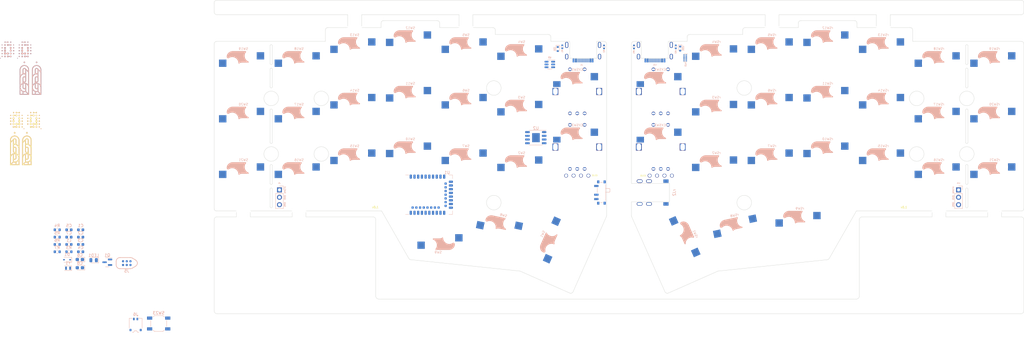
<source format=kicad_pcb>
(kicad_pcb (version 20221018) (generator pcbnew)
  (title_block (title "Corne") (date "2024-05-07") (rev "4.1.0") (company "foostan"))
  (layers (0 "F.Cu" signal) (31 "B.Cu" signal) (34 "B.Paste" user) (35 "F.Paste" user) (36 "B.SilkS" user "B.Silkscreen") (37 "F.SilkS" user "F.Silkscreen") (38 "B.Mask" user) (39 "F.Mask" user) (44 "Edge.Cuts" user))
  (net 0 "")
  (net 1 "/left/SDA")
  (net 2 "/left/SCL")
  (net 3 "/right/SDA")
  (net 4 "+5V")
  (net 5 "/right/SCL")
  (net 6 "GND")
  (net 7 "VBUS")
  (net 8 "Net-(J1-CC1)")
  (net 10 "Net-(J1-CC2)")
  (net 12 "/left/RE0A")
  (net 13 "/left/REB")
  (net 14 "/left/KEYEX1")
  (net 15 "/left/RE1A")
  (net 16 "/left/KEYEX2")
  (net 17 "Net-(U1-P0.00{slash}XL1)")
  (net 18 "Net-(U1-P0.01{slash}XL2)")
  (net 19 "/left/SWCLK")
  (net 20 "/left/SWD")
  (net 21 "/left/KEY1")
  (net 22 "/left/KEY2")
  (net 23 "/left/KEY3")
  (net 24 "/left/KEY4")
  (net 25 "/left/KEY5")
  (net 26 "/left/KEY6")
  (net 27 "/left/KEY7")
  (net 28 "/left/KEY8")
  (net 29 "/left/KEY9")
  (net 30 "/left/KEY10")
  (net 31 "/left/KEY11")
  (net 32 "/left/KEY12")
  (net 33 "/left/KEY13")
  (net 34 "/left/KEY14")
  (net 35 "/left/KEY15")
  (net 36 "/left/KEY16")
  (net 37 "/left/KEY17")
  (net 38 "/left/KEY18")
  (net 39 "/left/KEY19")
  (net 40 "/left/KEY20")
  (net 41 "/left/KEY21")
  (net 42 "VBUSR")
  (net 43 "Net-(rJ1-CC1)")
  (net 44 "/right/D+")
  (net 45 "/right/D-")
  (net 47 "Net-(rJ1-CC2)")
  (net 49 "GNDR")
  (net 50 "+5VR")
  (net 51 "/right/RE0A")
  (net 52 "/right/REB")
  (net 53 "/right/KEYEX1")
  (net 54 "/right/RE1A")
  (net 55 "/right/KEYEX2")
  (net 56 "/right/TX")
  (net 57 "/right/SWCLK")
  (net 58 "/right/SWD")
  (net 59 "/right/KEY1")
  (net 60 "/right/KEY2")
  (net 61 "/right/KEY3")
  (net 62 "/right/KEY4")
  (net 63 "/right/KEY5")
  (net 64 "/right/KEY6")
  (net 65 "/right/KEY7")
  (net 66 "/right/KEY8")
  (net 67 "/right/KEY9")
  (net 68 "/right/KEY10")
  (net 69 "/right/KEY11")
  (net 70 "/right/KEY12")
  (net 71 "/right/KEY13")
  (net 72 "/right/KEY14")
  (net 73 "/right/KEY15")
  (net 74 "/right/KEY16")
  (net 75 "/right/KEY17")
  (net 76 "/right/KEY18")
  (net 77 "/right/KEY19")
  (net 78 "/right/KEY20")
  (net 79 "/right/KEY21")
  (net 80 "VDD")
  (net 81 "+VSW")
  (net 82 "+BATT")
  (net 83 "D+")
  (net 84 "D-")
  (net 85 "SWDIO")
  (net 86 "RESET")
  (net 87 "SWDCLK")
  (net 89 "DCCH")
  (net 90 "Net-(LED1-K)")
  (net 91 "BATTTON")
  (net 92 "VSENSE")
  (net 93 "Net-(U2-CHRG)")
  (net 94 "Net-(U2-PROG)")
  (net 95 "1.11")
  (net 96 "1.10")
  (net 97 "0.03")
  (net 98 "0.28")
  (net 99 "1.13")
  (net 100 "0.02")
  (net 101 "0.29")
  (net 102 "0.31")
  (net 103 "0.30")
  (net 104 "0.26")
  (net 105 "0.06")
  (net 106 "0.08")
  (net 107 "1.09")
  (net 108 "0.04")
  (net 109 "0.12")
  (net 110 "0.07")
  (net 111 "0.15")
  (net 112 "0.17")
  (net 113 "0.20")
  (net 114 "0.13")
  (net 115 "0.22")
  (net 116 "0.24")
  (net 117 "1.00")
  (net 118 "1.02")
  (net 119 "1.04")
  (net 120 "0.09")
  (net 121 "1.06")
  (net 122 "0.10")
  (net 124 "DBUS+")
  (net 125 "DBUS-")
  (footprint "kbd_local:Breakaway_Tabs" (layer "F.Cu") (at -128.5875 41.18125)
    (fp_text reference "BT3")
    (fp_text value "Breakaway Tabs")
  )
  (footprint "kbd_local:Breakaway_Tabs" (layer "F.Cu") (at -52.3875 -22.13125)
    (fp_text reference "BT2")
    (fp_text value "Breakaway Tabs")
  )
  (footprint "kbd_local:Breakaway_Tabs" (layer "F.Cu") (at 52.387502 -22.13125)
    (fp_text reference "rBT2")
    (fp_text value "Breakaway Tabs")
  )
  (footprint "kbd_local:OLED" (layer "F.Cu") (at 14.2875 28.84625)
    (fp_text reference "rJ3")
    (fp_text value "Conn_01x04" hide)
  )
  (footprint "qw-logo:qw new logo silk + copper sm" (layer "F.Cu") (at -206.035456 9.949122)
    (fp_text reference "H1" hide)
    (fp_text value "qw-logo" hide)
  )
  (footprint "kbd_local:Breakaway_Tabs" (layer "F.Cu") (at -109.5375 41.18125)
    (fp_text reference "BT4")
    (fp_text value "Breakaway Tabs")
  )
  (footprint "kbd_local:Breakaway_Tabs" (layer "F.Cu") (at 90.4875 -22.13125)
    (fp_text reference "rBT1")
    (fp_text value "Breakaway Tabs")
  )
  (footprint "qw-logo:qw new logo silk + copper sm" (layer "F.Cu") (at -200.160354 9.949122)
    (fp_text reference "H2" hide)
    (fp_text value "qw-logo" hide)
  )
  (footprint "1999:1999 logo md" (layer "F.Cu") (at -202.906166 19.551875)
    (fp_text reference "H6" hide)
    (fp_text value "1999-logo" hide)
  )
  (footprint "kbd_local:Breakaway_Tabs" (layer "F.Cu") (at 128.5875 41.18125)
    (fp_text reference "rBT3")
    (fp_text value "Breakaway Tabs")
  )
  (footprint "1999:1999 logo md" (layer "F.Cu") (at -207.093748 19.551875)
    (fp_text reference "H5" hide)
    (fp_text value "1999-logo" hide)
  )
  (footprint "kbd_local:Breakaway_Tabs" (layer "F.Cu") (at 109.5375 41.18125)
    (fp_text reference "rBT4")
    (fp_text value "Breakaway Tabs")
  )
  (footprint "kbd_local:Breakaway_Tabs" (layer "F.Cu") (at -90.4875 -22.13125)
    (fp_text reference "BT1")
    (fp_text value "Breakaway Tabs")
  )
  (footprint "kbd_local:OLED" (layer "F.Cu") (at -14.2875 28.84625)
    (fp_text reference "J3")
    (fp_text value "Conn_01x04" hide)
  )
  (footprint "Connector_PinHeader_2.54mm:PinHeader_1x03_P2.54mm_Vertical" (layer "B.Cu") (at -116.237498 33.74125 180)
    (fp_text reference "J4")
    (fp_text value "Conn_01x03")
  )
  (footprint "Diode_SMD:D_SOD-523" (layer "B.Cu") (at -20.967492 -14.55125 -90)
    (fp_text reference "ZD1")
    (fp_text value "RB521S30T1G")
  )
  (footprint "kbd:keyswitch_cherrymx_hotswap_1u" (layer "B.Cu") (at -33.3375 -9.525 180)
    (fp_text reference "SW4")
    (fp_text value "SW_Push" hide)
  )
  (footprint "Capacitor_SMD:C_0603_1608Metric" (layer "B.Cu") (at -188.309736 49.9325 180)
    (fp_text reference "C7")
    (fp_text value "4.7u")
  )
  (footprint "kbd_local:keyswitch_cherrymx_hotswap_1u_rotary_encoder_ec12" (layer "B.Cu") (at -14.2875 19.05 180)
    (fp_text reference "EXSW2")
    (fp_text value "RotaryEncoder_Switch" hide)
  )
  (footprint "Capacitor_SMD:C_0603_1608Metric" (layer "B.Cu") (at -184.299736 54.9525 180)
    (fp_text reference "C4")
    (fp_text value "1u")
  )
  (footprint "kbd:keyswitch_cherrymx_hotswap_1u" (layer "B.Cu") (at 109.537502 11.90625 180)
    (fp_text reference "rSW17")
    (fp_text value "SW_Push" hide)
  )
  (footprint "Package_TO_SOT_SMD:SOT-23" (layer "B.Cu") (at -175.169736 58.5425 180)
    (fp_text reference "Q1")
    (fp_text value "AO3401A")
  )
  (footprint "kbd:keyswitch_cherrymx_hotswap_1u" (layer "B.Cu") (at 90.487502 26.19375 180)
    (fp_text reference "rSW15")
    (fp_text value "SW_Push" hide)
  )
  (footprint "kbd_local:PJ-398A-5A_PJ-399B-6A" (layer "B.Cu") (at 4.2675 34.64625 -90)
    (fp_text reference "rJ2")
    (fp_text value "TRS")
  )
  (footprint "1999:1999 logo md" (layer "B.Cu") (at -203.348145 -4.609766 180)
    (fp_text reference "H8" hide)
    (fp_text value "1999-logo" hide)
  )
  (footprint "kbd:keyswitch_cherrymx_hotswap_1u" (layer "B.Cu") (at 61.912502 47.625 180)
    (fp_text reference "rSW9")
    (fp_text value "SW_Push" hide)
  )
  (footprint "kbd_local:keyswitch_cherrymx_hotswap_1u_rotary_encoder_ec12" (layer "B.Cu") (at 14.287502 19.05 180)
    (fp_text reference "rEXSW2")
    (fp_text value "RotaryEncoder_Switch" hide)
  )
  (footprint "kbd:keyswitch_cherrymx_hotswap_1u" (layer "B.Cu") (at -61.9125 47.625)
    (fp_text reference "SW9")
    (fp_text value "SW_Push" hide)
  )
  (footprint "Resistor_SMD:R_0603_1608Metric" (layer "B.Cu") (at -192.319736 47.4225 180)
    (fp_text reference "R4")
    (fp_text value "2M")
  )
  (footprint "kbd:keyswitch_cherrymx_hotswap_1u" (layer "B.Cu") (at -52.3875 -11.90625 180)
    (fp_text reference "SW5")
    (fp_text value "SW_Push" hide)
  )
  (footprint "kbd:keyswitch_cherrymx_hotswap_1u" (layer "B.Cu") (at 71.437502 23.8125 180)
    (fp_text reference "rSW10")
    (fp_text value "SW_Push" hide)
  )
  (footprint "kbd_local:TYPE-C-31-M-13C" (layer "B.Cu") (at 12.2875 -15.96375)
    (fp_text reference "rJ1")
    (fp_text value "TYPE-C-31-M-13C")
  )
  (footprint "qw-logo:qw new logo silk + copper sm" (layer "B.Cu") (at -209.468997 -14.212519 180)
    (fp_text reference "H4" hide)
    (fp_text value "qw-logo" hide)
  )
  (footprint "Capacitor_SMD:C_0603_1608Metric" (layer "B.Cu") (at -188.309736 47.4225 180)
    (fp_text reference "C5")
    (fp_text value "4.7u")
  )
  (footprint "kbd:keyswitch_cherrymx_hotswap_1u" (layer "B.Cu") (at 71.437502 4.7625 180)
    (fp_text reference "rSW11")
    (fp_text value "SW_Push" hide)
  )
  (footprint "kbd:keyswitch_cherrymx_hotswap_1u" (layer "B.Cu") (at 109.537502 30.95625 180)
    (fp_text reference "rSW16")
    (fp_text value "SW_Push" hide)
  )
  (footprint "kbd:keyswitch_cherrymx_hotswap_1u" (layer "B.Cu") (at -90.4875 -11.90625 180)
    (fp_text reference "SW13")
    (fp_text value "SW_Push" hide)
  )
  (footprint "kbd:keyswitch_cherrymx_hotswap_1u" (layer "B.Cu") (at -71.4375 4.7625 180)
    (fp_text reference "SW11")
    (fp_text value "SW_Push" hide)
  )
  (footprint "kbd:keyswitch_cherrymx_hotswap_1u" (layer "B.Cu") (at -90.4875 7.14375 180)
    (fp_text reference "SW14")
    (fp_text value "SW_Push" hide)
  )
  (footprint "kbd:keyswitch_cherrymx_hotswap_1u" (layer "B.Cu") (at 109.537502 -7.14375 180)
    (fp_text reference "rSW18")
    (fp_text value "SW_Push" hide)
  )
  (footprint "kbd:keyswitch_cherrymx_hotswap_1u" (layer "B.Cu") (at 128.587502 -7.14375 180)
    (fp_text reference "rSW19")
    (fp_text value "SW_Push" hide)
  )
  (footprint "kbd:keyswitch_cherrymx_hotswap_1u" (layer "B.Cu") (at -41.097974 49.801677 168.06)
    (fp_text reference "SW8")
    (fp_text value "SW_Push" hide)
  )
  (footprint "Resistor_SMD:R_0402_1005Metric" (layer "B.Cu") (at 19.422502 -15.295 -90)
    (fp_text reference "rR2")
    (fp_text value "5.1k")
  )
  (footprint "kbd:keyswitch_cherrymx_hotswap_1u" (layer "B.Cu") (at 33.337502 -9.525 180)
    (fp_text reference "rSW4")
    (fp_text value "SW_Push" hide)
  )
  (footprint "Resistor_SMD:R_0402_1005Metric" (layer "B.Cu") (at -19.4175 -15.31375 -90)
    (fp_text reference "R1")
    (fp_text value "5.1k")
  )
  (footprint "Inductor_SMD:L_0603_1608Metric" (layer "B.Cu") (at -188.309736 52.4425 180)
    (fp_text reference "L1")
    (fp_text value "10 uH")
  )
  (footprint "kbd:keyswitch_cherrymx_hotswap_1u" (layer "B.Cu") (at -71.4375 -14.2875 180)
    (fp_text reference "SW12")
    (fp_text value "SW_Push" hide)
  )
  (footprint "kbd:keyswitch_cherrymx_hotswap_1u" (layer "B.Cu") (at 52.387502 7.14375 180)
    (fp_text reference "rSW6")
    (fp_text value "SW_Push" hide)
  )
  (footprint "Button_Switch_SMD:SW_SPDT_PCM12" (layer "B.Cu") (at -6.332498 34.64125 -90)
    (fp_text reference "SW22" hide)
    (fp_text value "SW_SPDT")
  )
  (footprint "Package_SON:USON-10_2.5x1.0mm_P0.5mm" (layer "B.Cu") (at 22.6525 -11.51005 180)
    (fp_text reference "rU3")
    (fp_text value "TPD4E05U06DQAR")
  )
  (footprint "kbd:keyswitch_cherrymx_hotswap_1u" (layer "B.Cu") (at -109.5375 11.90625 180)
    (fp_text reference "SW17")
    (fp_text value "SW_Push" hide)
  )
  (footprint "qw-logo:qw new logo silk + copper sm" (layer "B.Cu") (at -203.593895 -14.212519 180)
    (fp_text reference "H3" hide)
    (fp_text value "qw-logo" hide)
  )
  (footprint "LED_SMD:LED_0805_2012Metric" (layer "B.Cu") (at -179.859736 57.8375 180)
    (fp_text reference "LED1")
    (fp_text value "CHARGE")
  )
  (footprint "qw-footprints:CustomTP4056" (layer "B.Cu") (at -28.437498 15.83125 180)
    (fp_text reference "U2")
    (fp_text value "TP4056")
  )
  (footprint "Crystal:Crystal_SMD_2012-2Pin_2.0x1.2mm" (layer "B.Cu") (at -188.609736 60.5825 180)
    (fp_text reference "Y1")
    (fp_text value "32.768 KHz")
  )
  (footprint "kbd:keyswitch_cherrymx_hotswap_1u" (layer "B.Cu") (at -128.5875 30.95625 180)
    (fp_text reference "SW21")
    (fp_text value "SW_Push" hide)
  )
  (footprint "kbd:keyswitch_cherrymx_hotswap_1u" (layer "B.Cu") (at 33.337502 9.525 180)
    (fp_text reference "rSW3")
    (fp_text value "SW_Push" hide)
  )
  (footprint "kbd:keyswitch_cherrymx_hotswap_1.5u" (layer "B.Cu") (at 19.256137 51.882713 113.88)
    (fp_text reference "rSW1")
    (fp_text value "SW_Push" hide)
  )
  (footprint "kbd_local:keyswitch_cherrymx_hotswap_1u_rotary_encoder_ec12" (layer "B.Cu") (at -14.2875 0 180)
    (fp_text reference "EXSW1")
    (fp_text value "RotaryEncoder_Switch" hide)
  )
  (footprint "kbd:keyswitch_cherrymx_hotswap_1u" (layer "B.Cu") (at -52.3875 26.19375 180)
    (fp_text reference "SW7")
    (fp_text value "SW_Push" hide)
  )
  (footprint "Package_TO_SOT_SMD:SOT-23-6" (layer "B.Cu") (at -23.684373 -9.26375 180)
    (fp_text reference "U3")
    (fp_text value "USBLC6-2SC6")
  )
  (footprint "1999:1999 logo md" (layer "B.Cu") (at -199.160563 -4.609766 180)
    (fp_text reference "H7" hide)
    (fp_text value "1999-logo" hide)
  )
  (footprint "kbd:keyswitch_cherrymx_hotswap_1u" (layer "B.Cu") (at 90.487502 -11.90625 180)
    (fp_text reference "rSW13")
    (fp_text value "SW_Push" hide)
  )
  (footprint "Connector_Molex:Molex_Pico-EZmate_78171-0002_1x02-1MP_P1.20mm_Vertical" (layer "B.Cu") (at -165.48464 79.88125 180)
    (fp_text reference "J6")
    (fp_text value "Battery")
  )
  (footprint "Connector_PinHeader_2.54mm:PinHeader_1x03_P2.54mm_Vertical" (layer "B.Cu") (at 116.237498 33.74125 180)
    (fp_text reference "rJ4")
    (fp_text value "Conn_01x03")
  )
  (footprint "Capacitor_SMD:C_0603_1608Metric" (layer "B.Cu") (at -184.299736 49.9325 180)
    (fp_text reference "C2")
    (fp_text value "12p")
  )
  (footprint "kbd:keyswitch_cherrymx_hotswap_1u" (layer "B.Cu") (at 33.337502 28.575 180)
    (fp_text reference "rSW2")
    (fp_text value "SW_Push" hide)
  )
  (footprint "Capacitor_SMD:C_0603_1608Metric" (layer "B.Cu") (at -184.299736 52.4425 180)
    (fp_text reference "C3")
    (fp_text value "4.7u")
  )
  (footprint "PCM_marbastlib-various:CON_TC2030_outlined" (layer "B.Cu") (at -168.514236 58.8425 180)
    (fp_text reference "J5")
    (fp_text value "TC2030_SWD" hide)
  )
  (footprint "Diode_SMD:D_SOD-523" (layer "B.Cu") (at 20.942508 -14.70125 -90)
    (fp_text reference "rZD1")
    (fp_text value "RB521S30T1G")
  )
  (footprint "kbd:keyswitch_cherrymx_hotswap_1u" (layer "B.Cu") (at 41.097976 49.801677 -168.06)
    (fp_text reference "rSW8")
    (fp_text value "SW_Push" hide)
  )
  (footprint "Button_Switch_SMD:SW_SPST_SKQG_WithStem" (layer "B.Cu") (at -157.58464 79.542697 180)
    (fp_text reference "SW23")
    (fp_text value "SW_Push")
  )
  (footprint "kbd:keyswitch_cherrymx_hotswap_1u" (layer "B.Cu") (at -71.4375 23.8125 180)
    (fp_text reference "SW10")
    (fp_text value "SW_Push" hide)
  )
  (footprint "Resistor_SMD:R_0603_1608Metric" (layer "B.Cu") (at -188.309736 54.9525 180)
    (fp_text reference "R3")
    (fp_text value "806")
  )
  (footprint "Resistor_SMD:R_0603_1608Metric" (layer "B.Cu") (at -192.319736 49.9325 180)
    (fp_text reference "R5")
    (fp_text value "10k")
  )
  (footprint "Capacitor_Tantalum_SMD:CP_EIA-2012-12_Kemet-R" (layer "B.Cu") (at -184.564736 57.6125 180)
    (fp_text reference "C6")
    (fp_text value "10uF")
  )
  (footprint "kbd:keyswitch_cherrymx_hotswap_1u" (layer "B.Cu") (at 128.587502 30.95625 180)
    (fp_text reference "rSW21")
    (fp_text value "SW_Push" hide)
  )
  (footprint "kbd:keyswitch_cherrymx_hotswap_1u" (layer "B.Cu") (at -90.4875 26.19375 180)
    (fp_text reference "SW15")
    (fp_text value "SW_Push" hide)
  )
  (footprint "kbd:keyswitch_cherrymx_hotswap_1u" (layer "B.Cu") (at -128.5875 -7.14375 180)
    (fp_text reference "SW19")
    (fp_text value "SW_Push" hide)
  )
  (footprint "kbd:keyswitch_cherrymx_hotswap_1u" (layer "B.Cu") (at 71.437502 -14.2875 180)
    (fp_text reference "rSW12")
    (fp_text value "SW_Push" hide)
  )
  (footprint "kbd:keyswitch_cherrymx_hotswap_1u" (layer "B.Cu") (at -128.5875 11.90625 180)
    (fp_text reference "SW20")
    (fp_text value "SW_Push" hide)
  )
  (footprint "kbd:keyswitch_cherrymx_hotswap_1u" (layer "B.Cu") (at -109.5375 -7.14375 180)
    (fp_text reference "SW18")
    (fp_text value "SW_Push" hide)
  )
  (footprint "kbd:keyswitch_cherrymx_hotswap_1u" (layer "B.Cu") (at 128.587502 11.90625 180)
    (fp_text reference "rSW20")
    (fp_text value "SW_Push" hide)
  )
  (footprint "kbd_local:TYPE-C-31-M-13C" (layer "B.Cu") (at -12.2875 -15.96375)
    (fp_text reference "J1")
    (fp_text value "TYPE-C-31-M-13C")
  )
  (footprint "Capacitor_Tantalum_SMD:CP_EIA-2012-12_Kemet-R" (layer "B.Cu") (at -184.564736 60.4225 180)
    (fp_text reference "C8")
    (fp_text value "10uF")
  )
  (footprint "kbd:keyswitch_cherrymx_hotswap_1u" (layer "B.Cu") (at 90.487502 7.14375 180)
    (fp_text reference "rSW14")
    (fp_text value "SW_Push" hide)
  )
  (footprint "kbd:keyswitch_cherrymx_hotswap_1u" (layer "B.Cu") (at -109.5375 30.95625 180)
    (fp_text reference "SW16")
    (fp_text value "SW_Push" hide)
  )
  (footprint "PCM_marbastlib-various:nRF52840_E73-2G4M08S1C" (layer "B.Cu") (at -66.253123 35.3925 -90)
    (fp_text reference "U1")
    (fp_text value "nRF52840_E73-2G4M08S1C" hide)
  )
  (footprint "kbd:keyswitch_cherrymx_hotswap_1.5u" (layer "B.Cu") (at -19.256135 51.882713 -113.88)
    (fp_text reference "SW1")
    (fp_text value "SW_Push" hide)
  )
  (footprint "Capacitor_SMD:C_0603_1608Metric" (layer "B.Cu") (at -184.299736 47.4225 180)
    (fp_text reference "C1")
    (fp_text value "12p")
  )
  (footprint "kbd:keyswitch_cherrymx_hotswap_1u" (layer "B.Cu") (at 52.387502 -11.90625 180)
    (fp_text reference "rSW5")
    (fp_text value "SW_Push" hide)
  )
  (footprint "Resistor_SMD:R_0603_1608Metric" (layer "B.Cu") (at -192.319736 52.4425 180)
    (fp_text reference "R6")
    (fp_text value "5k")
  )
  (footprint "kbd:keyswitch_cherrymx_hotswap_1u" (layer "B.Cu") (at -33.3375 28.575 180)
    (fp_text reference "SW2")
    (fp_text value "SW_Push" hide)
  )
  (footprint "kbd:keyswitch_cherrymx_hotswap_1u" (layer "B.Cu") (at -52.3875 7.14375 180)
    (fp_text reference "SW6")
    (fp_text value "SW_Push" hide)
  )
  (footprint "Resistor_SMD:R_0402_1005Metric" (layer "B.Cu") (at -5.1275 -15.27375 -90)
    (fp_text reference "R2")
    (fp_text value "5.1k")
  )
  (footprint "kbd:keyswitch_cherrymx_hotswap_1u" (layer "B.Cu") (at -33.3375 9.525 180)
    (fp_text reference "SW3")
    (fp_text value "SW_Push" hide)
  )
  (footprint "Diode_SMD:D_SOD-323" (layer "B.Cu") (at -188.954736 57.6825 180)
    (fp_text reference "D1")
    (fp_text value "Schottky")
  )
  (footprint "Resistor_SMD:R_0603_1608Metric" (layer "B.Cu") (at -192.319736 54.9525 180)
    (fp_text reference "R7")
    (fp_text value "5k")
  )
  (footprint "Resistor_SMD:R_0402_1005Metric" (layer "B.Cu") (at 5.122502 -15.275 -90)
    (fp_text reference "rR1")
    (fp_text value "5.1k")
  )
  (footprint "kbd_local:keyswitch_cherrymx_hotswap_1u_rotary_encoder_ec12" (layer "B.Cu") (at 14.287502 0 180)
    (fp_text reference "rEXSW1")
    (fp_text value "RotaryEncoder_Switch" hide)
  )
  (footprint "kbd:keyswitch_cherrymx_hotswap_1u" (layer "B.Cu") (at 52.387502 26.19375 180)
    (fp_text reference "rSW7")
    (fp_text value "SW_Push" hide)
  )
  (gr_line (start -119.4625 25.43125) (end -119.462501 31.481255) (stroke (width 0.1)) (layer "Edge.Cuts"))
  (gr_line (start -7.6675 -17.16875) (end -7.6675 -11.36625) (stroke (width 0.1)) (layer "Edge.Cuts"))
  (gr_line (start -138.612502 -30.3125) (end -138.612502 -27.3125) (stroke (width 0.1)) (layer "Edge.Cuts"))
  (gr_line (start -107.1625 42.981286) (end -84.252663 42.98125) (stroke (width 0.1)) (layer "Edge.Cuts"))
  (gr_curve (pts (xy 61.426993 -23.577415) (xy 61.412504 -23.485079) (xy 61.412504 -23.397324) (xy 61.412504 -23.3125)) (stroke (width 0.1)) (layer "Edge.Cuts"))
  (gr_line (start 92.8625 -21.93125) (end 92.8625 -26.3125) (stroke (width 0.1)) (layer "Edge.Cuts"))
  (gr_curve (pts (xy 61.510804 -23.835615) (xy 61.462472 -23.742552) (xy 61.439073 -23.654398) (xy 61.426993 -23.577415)) (stroke (width 0.1)) (layer "Edge.Cuts"))
  (gr_line (start 118.662503 -15.668755) (end 118.662502 -9.61875) (stroke (width 0.1)) (layer "Edge.Cuts"))
  (gr_line (start 61.412504 -21.93125) (end 61.412504 -23.3125) (stroke (width 0.1)) (layer "Edge.Cuts"))
  (gr_line (start -82.252663 71.179851) (end 81.252663 71.179851) (stroke (width 0.1)) (layer "Edge.Cuts"))
  (gr_line (start 118.662502 -7.61875) (end 118.662502 -1.61875) (stroke (width 0.1)) (layer "Edge.Cuts"))
  (gr_curve (pts (xy 16.741982 69.151961) (xy 16.832279 69.127829) (xy 16.912522 69.092304) (xy 16.990084 69.057964)) (stroke (width 0.1)) (layer "Edge.Cuts"))
  (gr_line (start 119.462499 33.481255) (end 119.4625 39.48125) (stroke (width 0.1)) (layer "Edge.Cuts"))
  (gr_line (start 100.512504 -17.168751) (end 137.612502 -17.168758) (stroke (width 0.1)) (layer "Edge.Cuts"))
  (gr_curve (pts (xy -62.412502 -24.3125) (xy -62.290999 -24.3125) (xy -62.161164 -24.3125) (xy -62.021922 -24.268896)) (stroke (width 0.1)) (layer "Edge.Cuts"))
  (gr_line (start -4.262502 42.568678) (end -4.262502 37.8) (stroke (width 0.1)) (layer "Edge.Cuts"))
  (gr_line (start 130.9625 40.98125) (end 130.9625 42.981286) (stroke (width 0.1)) (layer "Edge.Cuts"))
  (gr_curve (pts (xy 100.035619 -21.83295) (xy 99.942556 -21.881282) (xy 99.854402 -21.904681) (xy 99.777419 -21.916761)) (stroke (width 0.1)) (layer "Edge.Cuts"))
  (gr_line (start -107.1625 40.98125) (end -107.1625 42.981286) (stroke (width 0.1)) (layer "Edge.Cuts"))
  (gr_arc (start 118.662502 -7.61875) (mid 119.062502 -8.01875) (end 119.462502 -7.61875) (stroke (width 0.1)) (layer "Edge.Cuts"))
  (gr_line (start 82.252663 43.98125) (end 82.252663 70.179851) (stroke (width 0.1)) (layer "Edge.Cuts"))
  (gr_line (start 119.462502 6.38125) (end 119.462502 17.43125) (stroke (width 0.1)) (layer "Edge.Cuts"))
  (gr_curve (pts (xy 80.727419 -24.298011) (xy 80.635083 -24.3125) (xy 80.547328 -24.3125) (xy 80.462504 -24.3125)) (stroke (width 0.1)) (layer "Edge.Cuts"))
  (gr_arc (start -137.612502 76.179851) (mid -138.31963 75.886969) (end -138.612502 75.179851) (stroke (width 0.1)) (layer "Edge.Cuts"))
  (gr_line (start -118.662498 -7.61875) (end -118.662498 -1.61875) (stroke (width 0.1)) (layer "Edge.Cuts"))
  (gr_line (start -118.6625 25.43125) (end -118.662501 31.481255) (stroke (width 0.1)) (layer "Edge.Cuts"))
  (gr_arc (start 119.462502 17.43125) (mid 119.062502 17.83125) (end 118.662502 17.43125) (stroke (width 0.1)) (layer "Edge.Cuts"))
  (gr_line (start -119.462498 6.38125) (end -119.462498 17.43125) (stroke (width 0.1)) (layer "Edge.Cuts"))
  (gr_curve (pts (xy 24.312504 -19.55) (xy 24.191001 -19.55) (xy 24.061166 -19.55) (xy 23.921924 -19.506396)) (stroke (width 0.1)) (layer "Edge.Cuts"))
  (gr_line (start 24.312504 -19.55) (end 42.362504 -19.55) (stroke (width 0.1)) (layer "Edge.Cuts"))
  (gr_curve (pts (xy -138.568896 -16.559337) (xy -138.535668 -16.665446) (xy -138.482479 -16.761424) (xy -138.408515 -16.849713)) (stroke (width 0.1)) (layer "Edge.Cuts"))
  (gr_circle (center 42.862502 -1.190625) (end 40.362502 -1.190625) (stroke (width 0.1)) (fill none) (layer "Edge.Cuts"))
  (gr_line (start -118.662498 6.38125) (end -118.662498 17.43125) (stroke (width 0.1)) (layer "Edge.Cuts"))
  (gr_curve (pts (xy -42.460802 -21.454365) (xy -42.41247 -21.361302) (xy -42.389071 -21.273148) (xy -42.376991 -21.196165)) (stroke (width 0.1)) (layer "Edge.Cuts"))
  (gr_curve (pts (xy 100.4689 -21.32183) (xy 100.435672 -21.427938) (xy 100.382483 -21.523916) (xy 100.308519 -21.612205)) (stroke (width 0.1)) (layer "Edge.Cuts"))
  (gr_line (start -54.7625 -21.93125) (end -61.412502 -21.93125) (stroke (width 0.1)) (layer "Edge.Cuts"))
  (gr_curve (pts (xy -43.362502 -21.93125) (xy -43.240999 -21.93125) (xy -43.111164 -21.93125) (xy -42.971922 -21.887646)) (stroke (width 0.1)) (layer "Edge.Cuts"))
  (gr_arc (start -119.462498 -7.61875) (mid -119.062498 -8.01875) (end -118.662498 -7.61875) (stroke (width 0.1)) (layer "Edge.Cuts"))
  (gr_curve (pts (xy -80.985617 -24.2142) (xy -80.892554 -24.262532) (xy -80.8044 -24.285931) (xy -80.727417 -24.298011)) (stroke (width 0.1)) (layer "Edge.Cuts"))
  (gr_line (start 137.612502 -31.3125) (end -137.612502 -31.3125) (stroke (width 0.1)) (layer "Edge.Cuts"))
  (gr_curve (pts (xy 4.581549 -16.964765) (xy 4.50032 -16.896715) (xy 4.419595 -16.805069) (xy 4.360804 -16.691865)) (stroke (width 0.1)) (layer "Edge.Cuts"))
  (gr_line (start 81.462504 -23.3125) (end 81.462504 -21.93125) (stroke (width 0.1)) (layer "Edge.Cuts"))
  (gr_curve (pts (xy 81.462504 -23.3125) (xy 81.462504 -23.434003) (xy 81.462504 -23.563838) (xy 81.4189 -23.70308)) (stroke (width 0.1)) (layer "Edge.Cuts"))
  (gr_line (start 7.667502 -17.16875) (end 7.667502 -11.36625) (stroke (width 0.1)) (layer "Edge.Cuts"))
  (gr_arc (start 82.252663 70.179851) (mid 81.959769 70.886957) (end 81.252663 71.179851) (stroke (width 0.1)) (layer "Edge.Cuts"))
  (gr_line (start 42.362504 -19.55) (end 42.362504 -20.93125) (stroke (width 0.1)) (layer "Edge.Cuts"))
  (gr_line (start 54.762502 -26.3125) (end 88.1125 -26.3125) (stroke (width 0.1)) (layer "Edge.Cuts"))
  (gr_line (start -119.462498 -7.61875) (end -119.462498 -1.61875) (stroke (width 0.1)) (layer "Edge.Cuts"))
  (gr_curve (pts (xy 61.731549 -24.108515) (xy 61.65032 -24.040465) (xy 61.569595 -23.948819) (xy 61.510804 -23.835615)) (stroke (width 0.1)) (layer "Edge.Cuts"))
  (gr_arc (start -84.252663 42.98125) (mid -83.545539 43.274134) (end -83.252663 43.98125) (stroke (width 0.1)) (layer "Edge.Cuts"))
  (gr_curve (pts (xy 138.598015 40.246165) (xy 138.612504 40.153829) (xy 138.612504 40.066074) (xy 138.612504 39.98125)) (stroke (width 0.1)) (layer "Edge.Cuts"))
  (gr_arc (start -118.662498 -9.61875) (mid -119.062498 -9.21875) (end -119.462498 -9.61875) (stroke (width 0.1)) (layer "Edge.Cuts"))
  (gr_curve (pts (xy -16.471955 69.179851) (xy -16.576618 69.186371) (xy -16.666697 69.17208) (xy -16.74198 69.151961)) (stroke (width 0.1)) (layer "Edge.Cuts"))
  (gr_curve (pts (xy -42.376991 -21.196165) (xy -42.362502 -21.103829) (xy -42.362502 -21.016074) (xy -42.362502 -20.93125)) (stroke (width 0.1)) (layer "Edge.Cuts"))
  (gr_curve (pts (xy -138.408515 -16.849713) (xy -138.340465 -16.930942) (xy -138.248819 -17.011666) (xy -138.135616 -17.070458)) (stroke (width 0.1)) (layer "Edge.Cuts"))
  (gr_curve (pts (xy -42.681547 -21.727265) (xy -42.600318 -21.659215) (xy -42.519593 -21.567569) (xy -42.460802 -21.454365)) (stroke (width 0.1)) (layer "Edge.Cuts"))
  (gr_arc (start 138.612502 -27.3125) (mid 138.319608 -26.605394) (end 137.612502 -26.3125) (stroke (width 0.1)) (layer "Edge.Cuts"))
  (gr_curve (pts (xy -4.871922 -17.125146) (xy -4.765814 -17.091918) (xy -4.669836 -17.038729) (xy -4.581547 -16.964765)) (stroke (width 0.1)) (layer "Edge.Cuts"))
  (gr_line (start 138.612505 43.981249) (end 138.612504 75.179851) (stroke (width 0.1)) (layer "Edge.Cuts"))
  (gr_line (start 4.262504 42.568678) (end 4.262504 37.8) (stroke (width 0.1)) (layer "Edge.Cuts"))
  (gr_curve (pts (xy -100.468898 -21.32183) (xy -100.43567 -21.427938) (xy -100.382481 -21.523916) (xy -100.308517 -21.612205)) (stroke (width 0.1)) (layer "Edge.Cuts"))
  (gr_line (start -119.462497 -15.668755) (end -119.462498 -9.61875) (stroke (width 0.1)) (layer "Edge.Cuts"))
  (gr_line (start 100.512504 -20.93125) (end 100.512504 -17.168751) (stroke (width 0.1)) (layer "Edge.Cuts"))
  (gr_circle (center 101.917502 2.38125) (end 99.417502 2.38125) (stroke (width 0.1)) (fill none) (layer "Edge.Cuts"))
  (gr_curve (pts (xy 138.568898 -16.559337) (xy 138.53567 -16.665446) (xy 138.482481 -16.761424) (xy 138.408517 -16.849713)) (stroke (width 0.1)) (layer "Edge.Cuts"))
  (gr_curve (pts (xy -81.462502 -23.3125) (xy -81.462502 -23.434003) (xy -81.462502 -23.563838) (xy -81.418898 -23.70308)) (stroke (width 0.1)) (layer "Edge.Cuts"))
  (gr_line (start 71.234566 57.673949) (end 33.880023 61.580296) (stroke (width 0.1)) (layer "Edge.Cuts"))
  (gr_line (start -88.112504 -21.93125) (end -88.112504 -26.3125) (stroke (width 0.1)) (layer "Edge.Cuts"))
  (gr_line (start -92.8625 -21.93125) (end -92.8625 -26.3125) (stroke (width 0.1)) (layer "Edge.Cuts"))
  (gr_line (start -118.662497 -15.668755) (end -118.662498 -9.61875) (stroke (width 0.1)) (layer "Edge.Cuts"))
  (gr_arc (start -138.612502 -30.3125) (mid -138.319609 -31.019606) (end -137.612502 -31.3125) (stroke (width 0.1)) (layer "Edge.Cuts"))
  (gr_line (start 17.2675 37.8) (end 17.2675 31.5) (stroke (width 0.1)) (layer "Edge.Cuts"))
  (gr_curve (pts (xy -80.727417 -24.298011) (xy -80.635081 -24.3125) (xy -80.547326 -24.3125) (xy -80.462502 -24.3125)) (stroke (width 0.1)) (layer "Edge.Cuts"))
  (gr_arc (start -118.662501 31.481255) (mid -119.062501 31.881255) (end -119.462501 31.481255) (stroke (width 0.1)) (layer "Edge.Cuts"))
  (gr_circle (center -42.8625 -1.190625) (end -40.3625 -1.190625) (stroke (width 0.1)) (fill none) (layer "Edge.Cuts"))
  (gr_line (start -137.612502 40.98125) (end -130.9625 40.98125) (stroke (width 0.1)) (layer "Edge.Cuts"))
  (gr_arc (start 118.662499 33.481255) (mid 119.062499 33.081255) (end 119.462499 33.481255) (stroke (width 0.1)) (layer "Edge.Cuts"))
  (gr_line (start 81.252665 40.98125) (end 71.998802 57.175511) (stroke (width 0.1)) (layer "Edge.Cuts"))
  (gr_arc (start -118.662498 17.43125) (mid -119.062498 17.83125) (end -119.462498 17.43125) (stroke (width 0.1)) (layer "Edge.Cuts"))
  (gr_curve (pts (xy 4.262504 42.568678) (xy 4.262504 42.631711) (xy 4.262504 42.698912) (xy 4.278946 42.776667)) (stroke (width 0.1)) (layer "Edge.Cuts"))
  (gr_arc (start 137.612505 42.981249) (mid 138.319611 43.274143) (end 138.612505 43.981249) (stroke (width 0.1)) (layer "Edge.Cuts"))
  (gr_line (start -71.234564 57.673949) (end -33.880021 61.580296) (stroke (width 0.1)) (layer "Edge.Cuts"))
  (gr_line (start -7.6675 -11.36625) (end -16.9075 -11.36625) (stroke (width 0.1)) (layer "Edge.Cuts"))
  (gr_curve (pts (xy 62.021924 -24.268896) (xy 61.915816 -24.235668) (xy 61.819838 -24.182479) (xy 61.731549 -24.108515)) (stroke (width 0.1)) (layer "Edge.Cuts"))
  (gr_arc (start -137.612502 -26.3125) (mid -138.319608 -26.605394) (end -138.612502 -27.3125) (stroke (width 0.1)) (layer "Edge.Cuts"))
  (gr_line (start 4.262504 -7) (end 4.262504 -16.16875) (stroke (width 0.1)) (layer "Edge.Cuts"))
  (gr_line (start -92.8625 -26.3125) (end -137.612502 -26.3125) (stroke (width 0.1)) (layer "Edge.Cuts"))
  (gr_line (start 126.2125 40.98125) (end 126.2125 42.981286) (stroke (width 0.1)) (layer "Edge.Cuts"))
  (gr_arc (start 118.6625 25.43125) (mid 119.0625 25.03125) (end 119.4625 25.43125) (stroke (width 0.1)) (layer "Edge.Cuts"))
  (gr_curve (pts (xy 15.868852 68.887891) (xy 15.942192 68.971464) (xy 16.029681 69.037694) (xy 16.133055 69.088481)) (stroke (width 0.1)) (layer "Edge.Cuts"))
  (gr_line (start 118.662502 6.38125) (end 118.662502 17.43125) (stroke (width 0.1)) (layer "Edge.Cuts"))
  (gr_circle (center -101.9175 21.43125) (end -99.4175 21.43125) (stroke (width 0.1)) (fill none) (layer "Edge.Cuts"))
  (gr_curve (pts (xy -138.514202 40.504365) (xy -138.562533 40.411302) (xy -138.585933 40.323148) (xy -138.598013 40.246165)) (stroke (width 0.1)) (layer "Edge.Cuts"))
  (gr_arc (start 137.612503 -31.3125) (mid 138.319609 -31.019606) (end 138.612503 -30.3125) (stroke (width 0.1)) (layer "Edge.Cuts"))
  (gr_arc (start -119.4625 25.43125) (mid -119.0625 25.03125) (end -118.6625 25.43125) (stroke (width 0.1)) (layer "Edge.Cuts"))
  (gr_arc (start -119.462497 -15.668755) (mid -119.062497 -16.068755) (end -118.662497 -15.668755) (stroke (width 0.1)) (layer "Edge.Cuts"))
  (gr_arc (start 119.462502 -9.61875) (mid 119.062502 -9.21875) (end 118.662502 -9.61875) (stroke (width 0.1)) (layer "Edge.Cuts"))
  (gr_line (start 54.762506 -21.93125) (end 61.412504 -21.93125) (stroke (width 0.1)) (layer "Edge.Cuts"))
  (gr_curve (pts (xy 23.921924 -19.506396) (xy 23.815816 -19.473168) (xy 23.719838 -19.419979) (xy 23.631549 -19.346015)) (stroke (width 0.1)) (layer "Edge.Cuts"))
  (gr_curve (pts (xy -137.877415 -17.154269) (xy -137.785079 -17.168758) (xy -137.697324 -17.168758) (xy -137.6125 -17.168758)) (stroke (width 0.1)) (layer "Edge.Cuts"))
  (gr_curve (pts (xy -62.021922 -24.268896) (xy -61.915814 -24.235668) (xy -61.819836 -24.182479) (xy -61.731547 -24.108515)) (stroke (width 0.1)) (layer "Edge.Cuts"))
  (gr_curve (pts (xy 5.262504 -17.16875) (xy 5.141001 -17.16875) (xy 5.011166 -17.16875) (xy 4.871924 -17.125146)) (stroke (width 0.1)) (layer "Edge.Cuts"))
  (gr_line (start -126.2125 42.981286) (end -111.9125 42.981286) (stroke (width 0.1)) (layer "Edge.Cuts"))
  (gr_arc (start 138.612504 75.179851) (mid 138.31961 75.886957) (end 137.612504 76.179851) (stroke (width 0.1)) (layer "Edge.Cuts"))
  (gr_curve (pts (xy 80.985619 -24.2142) (xy 80.892556 -24.262532) (xy 80.804402 -24.285931) (xy 80.727419 -24.298011)) (stroke (width 0.1)) (layer "Edge.Cuts"))
  (gr_line (start 4.262504 37.8) (end 17.2675 37.8) (stroke (width 0.1)) (layer "Edge.Cuts"))
  (gr_line (start -83.252663 70.179851) (end -83.252663 43.98125) (stroke (width 0.1)) (layer "Edge.Cuts"))
  (gr_line (start 119.462503 -15.668755) (end 119.462502 -9.61875) (stroke (width 0.1)) (layer "Edge.Cuts"))
  (gr_curve (pts (xy 42.376993 -21.196165) (xy 42.362504 -21.103829) (xy 42.362504 -21.016074) (xy 42.362504 -20.93125)) (stroke (width 0.1)) (layer "Edge.Cuts"))
  (gr_line (start -50.0125 -26.3125) (end 50.012502 -26.3125) (stroke (width 0.1)) (layer "Edge.Cuts"))
  (gr_line (start -61.412502 -21.93125) (end -61.412502 -23.3125) (stroke (width 0.1)) (layer "Edge.Cuts"))
  (gr_curve (pts (xy 15.670863 68.5484) (xy 15.720051 68.659501) (xy 15.772612 68.778222) (xy 15.868852 68.887891)) (stroke (width 0.1)) (layer "Edge.Cuts"))
  (gr_line (start 111.9125 40.98125) (end 111.9125 42.981286) (stroke (width 0.1)) (layer "Edge.Cuts"))
  (gr_line (start 50.012502 -21.93125) (end 50.012502 -26.3125) (stroke (width 0.1)) (layer "Edge.Cuts"))
  (gr_curve (pts (xy -61.426991 -23.577415) (xy -61.412502 -23.485079) (xy -61.412502 -23.397324) (xy -61.412502 -23.3125)) (stroke (width 0.1)) (layer "Edge.Cuts"))
  (gr_line (start 16.907502 -17.16875) (end 23.312504 -17.16875) (stroke (width 0.1)) (layer "Edge.Cuts"))
  (gr_curve (pts (xy 16.133055 69.088481) (xy 16.228164 69.135208) (xy 16.344644 69.171921) (xy 16.471957 69.179851)) (stroke (width 0.1)) (layer "Edge.Cuts"))
  (gr_curve (pts (xy 100.512504 -20.93125) (xy 100.512504 -21.052753) (xy 100.512504 -21.182588) (xy 100.4689 -21.32183)) (stroke (width 0.1)) (layer "Edge.Cuts"))
  (gr_line (start -137.612498 42.981286) (end -130.9625 42.981286) (stroke (width 0.1)) (layer "Edge.Cuts"))
  (gr_line (start 119.4625 25.43125) (end 119.462499 31.481255) (stroke (width 0.1)) (layer "Edge.Cuts"))
  (gr_line (start 17.2675 31.5) (end 4.262504 31.5) (stroke (width 0.1)) (layer "Edge.Cuts"))
  (gr_arc (start -119.462501 33.481255) (mid -119.062501 33.081255) (end -118.662501 33.481255) (stroke (width 0.1)) (layer "Edge.Cuts"))
  (gr_line (start 54.762502 -21.93125) (end 54.762502 -26.3125) (stroke (width 0.1)) (layer "Edge.Cuts"))
  (gr_curve (pts (xy 81.258519 -23.993455) (xy 81.190469 -24.074684) (xy 81.098823 -24.155409) (xy 80.985619 -24.2142)) (stroke (width 0.1)) (layer "Edge.Cuts"))
  (gr_line (start -16.9075 -11.36625) (end -16.9075 -17.16875) (stroke (width 0.1)) (layer "Edge.Cuts"))
  (gr_line (start 92.862508 -21.93125) (end 99.512504 -21.93125) (stroke (width 0.1)) (layer "Edge.Cuts"))
  (gr_line (start -100.512502 -20.93125) (end -100.512502 -17.168751) (stroke (width 0.1)) (layer "Edge.Cuts"))
  (gr_curve (pts (xy -99.777417 -21.916761) (xy -99.685081 -21.93125) (xy -99.597326 -21.93125) (xy -99.512502 -21.93125)) (stroke (width 0.1)) (layer "Edge.Cuts"))
  (gr_curve (pts (xy 71.849089 57.398848) (xy 71.913351 57.32505) (xy 71.957499 57.247791) (xy 71.998802 57.175511)) (stroke (width 0.1)) (layer "Edge.Cuts"))
  (gr_curve (pts (xy 137.612504 40.98125) (xy 137.734006 40.98125) (xy 137.863842 40.98125) (xy 138.003083 40.937646)) (stroke (width 0.1)) (layer "Edge.Cuts"))
  (gr_line (start 83.252663 42.98125) (end 107.1625 42.981286) (stroke (width 0.1)) (layer "Edge.Cuts"))
  (gr_curve (pts (xy -5.262502 -17.16875) (xy -5.140999 -17.16875) (xy -5.011164 -17.16875) (xy -4.871922 -17.125146)) (stroke (width 0.1)) (layer "Edge.Cuts"))
  (gr_curve (pts (xy -23.326991 -18.814915) (xy -23.312502 -18.722579) (xy -23.312502 -18.634824) (xy -23.312502 -18.55)) (stroke (width 0.1)) (layer "Edge.Cuts"))
  (gr_curve (pts (xy 138.514204 40.504365) (xy 138.562535 40.411302) (xy 138.585935 40.323148) (xy 138.598015 40.246165)) (stroke (width 0.1)) (layer "Edge.Cuts"))
  (gr_curve (pts (xy -61.510802 -23.835615) (xy -61.46247 -23.742552) (xy -61.439071 -23.654398) (xy -61.426991 -23.577415)) (stroke (width 0.1)) (layer "Edge.Cuts"))
  (gr_curve (pts (xy 99.777419 -21.916761) (xy 99.685083 -21.93125) (xy 99.597328 -21.93125) (xy 99.512504 -21.93125)) (stroke (width 0.1)) (layer "Edge.Cuts"))
  (gr_arc (start -119.462498 6.38125) (mid -119.062498 5.98125) (end -118.662498 6.38125) (stroke (width 0.1)) (layer "Edge.Cuts"))
  (gr_circle (center -119.0625 2.38125) (end -116.5625 2.38125) (stroke (width 0.1)) (fill none) (layer "Edge.Cuts"))
  (gr_line (start 107.1625 40.98125) (end 81.252665 40.98125) (stroke (width 0.1)) (layer "Edge.Cuts"))
  (gr_curve (pts (xy -23.631547 -19.346015) (xy -23.550318 -19.277965) (xy -23.469593 -19.186319) (xy -23.410802 -19.073115)) (stroke (width 0.1)) (layer "Edge.Cuts"))
  (gr_curve (pts (xy 23.410804 -19.073115) (xy 23.362472 -18.980052) (xy 23.339073 -18.891898) (xy 23.326993 -18.814915)) (stroke (width 0.1)) (layer "Edge.Cuts"))
  (gr_line (start 92.8625 -26.3125) (end 137.612502 -26.3125) (stroke (width 0.1)) (layer "Edge.Cuts"))
  (gr_arc (start 82.252663 43.98125) (mid 82.545557 43.274144) (end 83.252663 42.98125) (stroke (width 0.1)) (layer "Edge.Cuts"))
  (gr_curve (pts (xy -138.6125 -16.168758) (xy -138.6125 -16.29026) (xy -138.6125 -16.420096) (xy -138.568896 -16.559337)) (stroke (width 0.1)) (layer "Edge.Cuts"))
  (gr_curve (pts (xy 42.681549 -21.727265) (xy 42.60032 -21.659215) (xy 42.519595 -21.567569) (xy 42.460804 -21.454365)) (stroke (width 0.1)) (layer "Edge.Cuts"))
  (gr_line (start -92.8625 -21.93125) (end -99.512502 -21.93125) (stroke (width 0.1)) (layer "Edge.Cuts"))
  (gr_line (start -23.312502 -17.16875) (end -23.312502 -18.55) (stroke (width 0.1)) (layer "Edge.Cuts"))
  (gr_curve (pts (xy -23.410802 -19.073115) (xy -23.36247 -18.980052) (xy -23.339071 -18.891898) (xy -23.326991 -18.814915)) (stroke (width 0.1)) (layer "Edge.Cuts"))
  (gr_line (start -4.262502 26.55) (end -4.262502 37.8) (stroke (width 0.1)) (layer "Edge.Cuts"))
  (gr_circle (center 101.917502 21.43125) (end 99.417502 21.43125) (stroke (width 0.1)) (fill none) (layer "Edge.Cuts"))
  (gr_curve (pts (xy 4.278946 42.776667) (xy 4.295389 42.854421) (xy 4.322594 42.915869) (xy 4.348111 42.973506)) (stroke (width 0.1)) (layer "Edge.Cuts"))
  (gr_line (start 43.362504 -21.93125) (end 50.012502 -21.93125) (stroke (width 0.1)) (layer "Edge.Cuts"))
  (gr_line (start -138.612502 75.179851) (end -138.612502 43.981249) (stroke (width 0.1)) (layer "Edge.Cuts"))
  (gr_line (start -54.7625 -21.93125) (end -54.7625 -26.3125) (stroke (width 0.1)) (layer "Edge.Cuts"))
  (gr_line (start 138.612502 -16.168758) (end 138.612504 39.98125) (stroke (width 0.1)) (layer "Edge.Cuts"))
  (gr_curve (pts (xy -4.581547 -16.964765) (xy -4.500318 -16.896715) (xy -4.419593 -16.805069) (xy -4.360802 -16.691865)) (stroke (width 0.1)) (layer "Edge.Cuts"))
  (gr_curve (pts (xy 138.408517 -16.849713) (xy 138.340467 -16.930942) (xy 138.248821 -17.011666) (xy 138.135618 -17.070458)) (stroke (width 0.1)) (layer "Edge.Cuts"))
  (gr_arc (start 118.662502 6.38125) (mid 119.062502 5.98125) (end 119.462502 6.38125) (stroke (width 0.1)) (layer "Edge.Cuts"))
  (gr_line (start 23.312504 -17.16875) (end 23.312504 -18.55) (stroke (width 0.1)) (layer "Edge.Cuts"))
  (gr_line (start 138.612502 -27.3125) (end 138.612502 -30.3125) (stroke (width 0.1)) (layer "Edge.Cuts"))
  (gr_curve (pts (xy -4.276991 -16.433665) (xy -4.262502 -16.341329) (xy -4.262502 -16.253574) (xy -4.262502 -16.16875)) (stroke (width 0.1)) (layer "Edge.Cuts"))
  (gr_arc (start -118.662498 -1.61875) (mid -119.062498 -1.21875) (end -119.462498 -1.61875) (stroke (width 0.1)) (layer "Edge.Cuts"))
  (gr_line (start -81.462502 -21.93125) (end -88.112504 -21.93125) (stroke (width 0.1)) (layer "Edge.Cuts"))
  (gr_line (start 111.9125 42.981286) (end 126.2125 42.981286) (stroke (width 0.1)) (layer "Edge.Cuts"))
  (gr_curve (pts (xy 23.631549 -19.346015) (xy 23.55032 -19.277965) (xy 23.469595 -19.186319) (xy 23.410804 -19.073115)) (stroke (width 0.1)) (layer "Edge.Cuts"))
  (gr_curve (pts (xy -23.921922 -19.506396) (xy -23.815814 -19.473168) (xy -23.719836 -19.419979) (xy -23.631547 -19.346015)) (stroke (width 0.1)) (layer "Edge.Cuts"))
  (gr_line (start -4.262502 -7) (end -4.262502 -16.16875) (stroke (width 0.1)) (layer "Edge.Cuts"))
  (gr_line (start 33.880023 61.580296) (end 16.990084 69.057964) (stroke (width 0.1)) (layer "Edge.Cuts"))
  (gr_line (start -33.880021 61.580296) (end -16.990082 69.057964) (stroke (width 0.1)) (layer "Edge.Cuts"))
  (gr_arc (start -82.252663 71.179851) (mid -82.959753 70.886949) (end -83.252663 70.179851) (stroke (width 0.1)) (layer "Edge.Cuts"))
  (gr_curve (pts (xy 137.877417 -17.154269) (xy 137.785081 -17.168758) (xy 137.697326 -17.168758) (xy 137.612502 -17.168758)) (stroke (width 0.1)) (layer "Edge.Cuts"))
  (gr_line (start 130.9625 42.981286) (end 137.612505 42.981249) (stroke (width 0.1)) (layer "Edge.Cuts"))
  (gr_curve (pts (xy -15.86885 68.887891) (xy -15.94219 68.971464) (xy -16.029679 69.037694) (xy -16.133053 69.088481)) (stroke (width 0.1)) (layer "Edge.Cuts"))
  (gr_curve (pts (xy 42.460804 -21.454365) (xy 42.412472 -21.361302) (xy 42.389073 -21.273148) (xy 42.376993 -21.196165)) (stroke (width 0.1)) (layer "Edge.Cuts"))
  (gr_curve (pts (xy 138.612502 -16.168758) (xy 138.612502 -16.29026) (xy 138.612502 -16.420096) (xy 138.568898 -16.559337)) (stroke (width 0.1)) (layer "Edge.Cuts"))
  (gr_curve (pts (xy -24.312502 -19.55) (xy -24.190999 -19.55) (xy -24.061164 -19.55) (xy -23.921922 -19.506396)) (stroke (width 0.1)) (layer "Edge.Cuts"))
  (gr_line (start -4.262502 -7) (end -4.262502 26.55) (stroke (width 0.1)) (layer "Edge.Cuts"))
  (gr_curve (pts (xy -71.62058 57.577871) (xy -71.687266 57.543958) (xy -71.769004 57.490815) (xy -71.849087 57.398848)) (stroke (width 0.1)) (layer "Edge.Cuts"))
  (gr_curve (pts (xy -16.133053 69.088481) (xy -16.228162 69.135208) (xy -16.344642 69.171921) (xy -16.471955 69.179851)) (stroke (width 0.1)) (layer "Edge.Cuts"))
  (gr_line (start 16.907502 -11.36625) (end 16.907502 -17.16875) (stroke (width 0.1)) (layer "Edge.Cuts"))
  (gr_circle (center 119.062502 2.38125) (end 116.562502 2.38125) (stroke (width 0.1)) (fill none) (layer "Edge.Cuts"))
  (gr_curve (pts (xy 4.360804 -16.691865) (xy 4.312472 -16.598802) (xy 4.289073 -16.510648) (xy 4.276993 -16.433665)) (stroke (width 0.1)) (layer "Edge.Cuts"))
  (gr_curve (pts (xy 71.234566 57.673949) (xy 71.350007 57.661876) (xy 71.482677 57.648003) (xy 71.620582 57.577871)) (stroke (width 0.1)) (layer "Edge.Cuts"))
  (gr_arc (start -118.6625 39.48125) (mid -119.0625 39.88125) (end -119.4625 39.48125) (stroke (width 0.1)) (layer "Edge.Cuts"))
  (gr_line (start -24.312502 -19.55) (end -42.362502 -19.55) (stroke (width 0.1)) (layer "Edge.Cuts"))
  (gr_curve (pts (xy -71.234564 57.673949) (xy -71.350005 57.661876) (xy -71.482675 57.648003) (xy -71.62058 57.577871)) (stroke (width 0.1)) (layer "Edge.Cuts"))
  (gr_line (start -50.0125 -21.93125) (end -50.0125 -26.3125) (stroke (width 0.1)) (layer "Edge.Cuts"))
  (gr_curve (pts (xy -4.262502 42.568678) (xy -4.262502 42.631711) (xy -4.262502 42.698912) (xy -4.278944 42.776667)) (stroke (width 0.1)) (layer "Edge.Cuts"))
  (gr_line (start -126.2125 40.98125) (end -126.2125 42.981286) (stroke (width 0.1)) (layer "Edge.Cuts"))
  (gr_line (start -42.362502 -19.55) (end -42.362502 -20.93125) (stroke (width 0.1)) (layer "Edge.Cuts"))
  (gr_curve (pts (xy 4.871924 -17.125146) (xy 4.765816 -17.091918) (xy 4.669838 -17.038729) (xy 4.581549 -16.964765)) (stroke (width 0.1)) (layer "Edge.Cuts"))
  (gr_curve (pts (xy 71.620582 57.577871) (xy 71.687268 57.543958) (xy 71.769006 57.490815) (xy 71.849089 57.398848)) (stroke (width 0.1)) (layer "Edge.Cuts"))
  (gr_curve (pts (xy 4.276993 -16.433665) (xy 4.262504 -16.341329) (xy 4.262504 -16.253574) (xy 4.262504 -16.16875)) (stroke (width 0.1)) (layer "Edge.Cuts"))
  (gr_line (start -137.612537 76.179851) (end 137.612504 76.179851) (stroke (width 0.1)) (layer "Edge.Cuts"))
  (gr_curve (pts (xy -42.971922 -21.887646) (xy -42.865814 -21.854418) (xy -42.769836 -21.801229) (xy -42.681547 -21.727265)) (stroke (width 0.1)) (layer "Edge.Cuts"))
  (gr_line (start -5.262502 -17.16875) (end -7.6675 -17.16875) (stroke (width 0.1)) (layer "Edge.Cuts"))
  (gr_circle (center -101.9175 2.38125) (end -99.4175 2.38125) (stroke (width 0.1)) (fill none) (layer "Edge.Cuts"))
  (gr_curve (pts (xy -100.512502 -20.93125) (xy -100.512502 -21.052753) (xy -100.512502 -21.182588) (xy -100.468898 -21.32183)) (stroke (width 0.1)) (layer "Edge.Cuts"))
  (gr_line (start -81.462502 -23.3125) (end -81.462502 -21.93125) (stroke (width 0.1)) (layer "Edge.Cuts"))
  (gr_line (start 4.262504 26.55) (end 4.262504 31.5) (stroke (width 0.1)) (layer "Edge.Cuts"))
  (gr_circle (center 119.062502 21.43125) (end 116.562502 21.43125) (stroke (width 0.1)) (fill none) (layer "Edge.Cuts"))
  (gr_arc (start 118.662503 -15.668755) (mid 119.062503 -16.068755) (end 119.462503 -15.668755) (stroke (width 0.1)) (layer "Edge.Cuts"))
  (gr_curve (pts (xy -4.278944 42.776667) (xy -4.295387 42.854421) (xy -4.322592 42.915869) (xy -4.348109 42.973506)) (stroke (width 0.1)) (layer "Edge.Cuts"))
  (gr_line (start 7.667502 -11.36625) (end 16.907502 -11.36625) (stroke (width 0.1)) (layer "Edge.Cuts"))
  (gr_curve (pts (xy -137.612502 40.98125) (xy -137.734004 40.98125) (xy -137.86384 40.98125) (xy -138.003081 40.937646)) (stroke (width 0.1)) (layer "Edge.Cuts"))
  (gr_line (start 119.462502 -7.61875) (end 119.462502 -1.61875) (stroke (width 0.1)) (layer "Edge.Cuts"))
  (gr_curve (pts (xy -71.849087 57.398848) (xy -71.913349 57.32505) (xy -71.957497 57.247791) (xy -71.9988 57.175511)) (stroke (width 0.1)) (layer "Edge.Cuts"))
  (gr_curve (pts (xy -100.308517 -21.612205) (xy -100.240467 -21.693434) (xy -100.148821 -21.774159) (xy -100.035617 -21.83295)) (stroke (width 0.1)) (layer "Edge.Cuts"))
  (gr_curve (pts (xy 138.293459 40.777265) (xy 138.374688 40.709215) (xy 138.455412 40.617569) (xy 138.514204 40.504365)) (stroke (width 0.1)) (layer "Edge.Cuts"))
  (gr_curve (pts (xy -16.74198 69.151961) (xy -16.832277 69.127829) (xy -16.91252 69.092304) (xy -16.990082 69.057964)) (stroke (width 0.1)) (layer "Edge.Cuts"))
  (gr_line (start -43.362502 -21.93125) (end -50.012504 -21.93125) (stroke (width 0.1)) (layer "Edge.Cuts"))
  (gr_curve (pts (xy 138.003083 40.937646) (xy 138.109192 40.904418) (xy 138.20517 40.851229) (xy 138.293459 40.777265)) (stroke (width 0.1)) (layer "Edge.Cuts"))
  (gr_curve (pts (xy -61.731547 -24.108515) (xy -61.650318 -24.040465) (xy -61.569593 -23.948819) (xy -61.510802 -23.835615)) (stroke (width 0.1)) (layer "Edge.Cuts"))
  (gr_line (start -81.252663 40.98125) (end -71.9988 57.175511) (stroke (width 0.1)) (layer "Edge.Cuts"))
  (gr_curve (pts (xy 23.326993 -18.814915) (xy 23.312504 -18.722579) (xy 23.312504 -18.634824) (xy 23.312504 -18.55)) (stroke (width 0.1)) (layer "Edge.Cuts"))
  (gr_line (start -107.1625 40.98125) (end -81.252663 40.98125) (stroke (width 0.1)) (layer "Edge.Cuts"))
  (gr_circle (center -42.862502 38.1) (end -40.362502 38.1) (stroke (width 0.1)) (fill none) (layer "Edge.Cuts"))
  (gr_curve (pts (xy 81.4189 -23.70308) (xy 81.385672 -23.809188) (xy 81.332483 -23.905166) (xy 81.258519 -23.993455)) (stroke (width 0.1)) (layer "Edge.Cuts"))
  (gr_circle (center -119.0625 21.43125) (end -116.5625 21.43125) (stroke (width 0.1)) (fill none) (layer "Edge.Cuts"))
  (gr_curve (pts (xy -138.003081 40.937646) (xy -138.10919 40.904418) (xy -138.205168 40.851229) (xy -138.293457 40.777265)) (stroke (width 0.1)) (layer "Edge.Cuts"))
  (gr_line (start 118.6625 25.43125) (end 118.662499 31.481255) (stroke (width 0.1)) (layer "Edge.Cuts"))
  (gr_line (start -119.462501 33.481255) (end -119.4625 39.48125) (stroke (width 0.1)) (layer "Edge.Cuts"))
  (gr_arc (start 119.4625 39.48125) (mid 119.0625 39.88125) (end 118.6625 39.48125) (stroke (width 0.1)) (layer "Edge.Cuts"))
  (gr_line (start 118.662499 33.481255) (end 118.6625 39.48125) (stroke (width 0.1)) (layer "Edge.Cuts"))
  (gr_line (start -16.9075 -17.16875) (end -23.312502 -17.16875) (stroke (width 0.1)) (layer "Edge.Cuts"))
  (gr_curve (pts (xy -138.293457 40.777265) (xy -138.374686 40.709215) (xy -138.45541 40.617569) (xy -138.514202 40.504365)) (stroke (width 0.1)) (layer "Edge.Cuts"))
  (gr_arc (start 119.462502 -1.61875) (mid 119.062502 -1.21875) (end 118.662502 -1.61875) (stroke (width 0.1)) (layer "Edge.Cuts"))
  (gr_curve (pts (xy -138.135616 -17.070458) (xy -138.042552 -17.11879) (xy -137.954398 -17.142189) (xy -137.877415 -17.154269)) (stroke (width 0.1)) (layer "Edge.Cuts"))
  (gr_curve (pts (xy 43.362504 -21.93125) (xy 43.241001 -21.93125) (xy 43.111166 -21.93125) (xy 42.971924 -21.887646)) (stroke (width 0.1)) (layer "Edge.Cuts"))
  (gr_line (start -62.412502 -24.3125) (end -80.462502 -24.3125) (stroke (width 0.1)) (layer "Edge.Cuts"))
  (gr_curve (pts (xy 100.308519 -21.612205) (xy 100.240469 -21.693434) (xy 100.148823 -21.774159) (xy 100.035619 -21.83295)) (stroke (width 0.1)) (layer "Edge.Cuts"))
  (gr_arc (start 119.462499 31.481255) (mid 119.062499 31.881255) (end 118.662499 31.481255) (stroke (width 0.1)) (layer "Edge.Cuts"))
  (gr_line (start -100.512502 -17.168751) (end -137.6125 -17.168758) (stroke (width 0.1)) (layer "Edge.Cuts"))
  (gr_line (start 111.9125 40.98125) (end 126.2125 40.98125) (stroke (width 0.1)) (layer "Edge.Cuts"))
  (gr_curve (pts (xy -81.418898 -23.70308) (xy -81.38567 -23.809188) (xy -81.332481 -23.905166) (xy -81.258517 -23.993455)) (stroke (width 0.1)) (layer "Edge.Cuts"))
  (gr_line (start 107.1625 40.98125) (end 107.1625 42.981286) (stroke (width 0.1)) (layer "Edge.Cuts"))
  (gr_line (start 62.412504 -24.3125) (end 80.462504 -24.3125) (stroke (width 0.1)) (layer "Edge.Cuts"))
  (gr_line (start 81.462504 -21.93125) (end 88.1125 -21.93125) (stroke (width 0.1)) (layer "Edge.Cuts"))
  (gr_curve (pts (xy -81.258517 -23.993455) (xy -81.190467 -24.074684) (xy -81.098821 -24.155409) (xy -80.985617 -24.2142)) (stroke (width 0.1)) (layer "Edge.Cuts"))
  (gr_curve (pts (xy -15.670861 68.5484) (xy -15.720049 68.659501) (xy -15.77261 68.778222) (xy -15.86885 68.887891)) (stroke (width 0.1)) (layer "Edge.Cuts"))
  (gr_line (start -54.7625 -26.3125) (end -88.112504 -26.3125) (stroke (width 0.1)) (layer "Edge.Cuts"))
  (gr_curve (pts (xy 62.412504 -24.3125) (xy 62.291001 -24.3125) (xy 62.161166 -24.3125) (xy 62.021924 -24.268896)) (stroke (width 0.1)) (layer "Edge.Cuts"))
  (gr_line (start 88.1125 -21.93125) (end 88.1125 -26.3125) (stroke (width 0.1)) (layer "Edge.Cuts"))
  (gr_line (start -138.6125 -16.168758) (end -138.612502 39.98125) (stroke (width 0.1)) (layer "Edge.Cuts"))
  (gr_line (start -130.9625 40.98125) (end -130.9625 42.981286) (stroke (width 0.1)) (layer "Edge.Cuts"))
  (gr_curve (pts (xy -138.598013 40.246165) (xy -138.612502 40.153829) (xy -138.612502 40.066074) (xy -138.612502 39.98125)) (stroke (width 0.1)) (layer "Edge.Cuts"))
  (gr_arc (start -138.612502 43.981249) (mid -138.319605 43.274154) (end -137.612498 42.981286) (stroke (width 0.1)) (layer "Edge.Cuts"))
  (gr_line (start 15.670863 68.5484) (end 4.348111 42.973506) (stroke (width 0.1)) (layer "Edge.Cuts"))
  (gr_curve (pts (xy 138.135618 -17.070458) (xy 138.042554 -17.11879) (xy 137.9544 -17.142189) (xy 137.877417 -17.154269)) (stroke (width 0.1)) (layer "Edge.Cuts"))
  (gr_curve (pts (xy 16.471957 69.179851) (xy 16.57662 69.186371) (xy 16.666699 69.17208) (xy 16.741982 69.151961)) (stroke (width 0.1)) (layer "Edge.Cuts"))
  (gr_line (start 4.262504 -7) (end 4.262504 26.55) (stroke (width 0.1)) (layer "Edge.Cuts"))
  (gr_line (start -111.9125 40.98125) (end -111.9125 42.981286) (stroke (width 0.1)) (layer "Edge.Cuts"))
  (gr_line (start -126.2125 40.98125) (end -111.9125 40.98125) (stroke (width 0.1)) (layer "Edge.Cuts"))
  (gr_line (start 5.262504 -17.16875) (end 7.667502 -17.16875) (stroke (width 0.1)) (layer "Edge.Cuts"))
  (gr_curve (pts (xy 42.971924 -21.887646) (xy 42.865816 -21.854418) (xy 42.769838 -21.801229) (xy 42.681549 -21.727265)) (stroke (width 0.1)) (layer "Edge.Cuts"))
  (gr_curve (pts (xy -100.035617 -21.83295) (xy -99.942554 -21.881282) (xy -99.8544 -21.904681) (xy -99.777417 -21.916761)) (stroke (width 0.1)) (layer "Edge.Cuts"))
  (gr_curve (pts (xy -4.360802 -16.691865) (xy -4.31247 -16.598802) (xy -4.289071 -16.510648) (xy -4.276991 -16.433665)) (stroke (width 0.1)) (layer "Edge.Cuts"))
  (gr_line (start -15.670861 68.5484) (end -4.348109 42.973506) (stroke (width 0.1)) (layer "Edge.Cuts"))
  (gr_line (start -118.662501 33.481255) (end -118.6625 39.48125) (stroke (width 0.1)) (layer "Edge.Cuts"))
  (gr_circle (center 42.862504 38.1) (end 40.362504 38.1) (stroke (width 0.1)) (fill none) (layer "Edge.Cuts"))
  (gr_line (start 130.9625 40.98125) (end 137.612504 40.98125) (stroke (width 0.1)) (layer "Edge.Cuts"))
  (gr_text "GND" (at -114.707498 37.14125 -90) (layer "B.SilkS") (effects (font (size 0.5 0.5) (thickness 0.1) bold) (justify left bottom mirror)))
  (gr_text "SWD" (at 114.072502 39.58125 -90) (layer "B.SilkS") (effects (font (size 0.5 0.5) (thickness 0.1) bold) (justify left bottom mirror)))
  (gr_text "SWCLK" (at -114.677498 35.00125 -90) (layer "B.SilkS") (effects (font (size 0.5 0.5) (thickness 0.1) bold) (justify left bottom mirror)))
  (gr_text "GND" (at 114.082502 37.17125 -90) (layer "B.SilkS") (effects (font (size 0.5 0.5) (thickness 0.1) bold) (justify left bottom mirror)))
  (gr_text "SWCLK" (at 114.112502 35.03125 -90) (layer "B.SilkS") (effects (font (size 0.5 0.5) (thickness 0.1) bold) (justify left bottom mirror)))
  (gr_text "SWD" (at -114.717498 39.55125 -90) (layer "B.SilkS") (effects (font (size 0.5 0.5) (thickness 0.1) bold) (justify left bottom mirror)))
  (gr_text "v0.1" (at -84.637498 40.09125) (layer "F.SilkS") (effects (font (size 0.7 0.7) (thickness 0.15) bold) (justify left bottom)))
  (gr_text "v0.1\n" (at 96.332502 40.10125) (layer "F.SilkS") (effects (font (size 0.7 0.7) (thickness 0.15) bold) (justify left bottom)))
)
</source>
